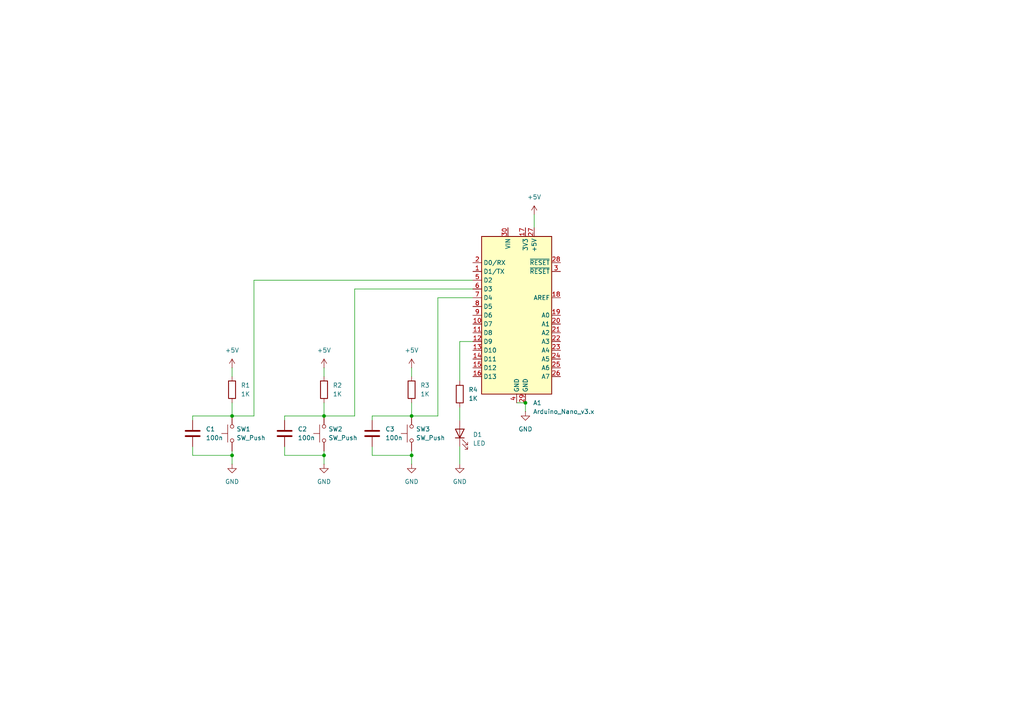
<source format=kicad_sch>
(kicad_sch (version 20231120) (generator "eeschema") (generator_version "8.0")
  (paper "A4")
  (lib_symbols
    (symbol "Device:C" (pin_numbers hide) (pin_names (offset 0.254))
      (property "Reference" "C" (at 0.635 2.54 0))
      (property "Value" "C" (at 0.635 -2.54 0))
      (symbol "C_0_1"
        (polyline (pts (xy -2.032 -0.762) (xy 2.032 -0.762)) (stroke (width 0.508)))
        (polyline (pts (xy -2.032 0.762) (xy 2.032 0.762)) (stroke (width 0.508)))
      )
      (symbol "C_1_1"
        (pin passive line (at 0 3.81 270) (length 2.794) (name "~") (number "1"))
        (pin passive line (at 0 -3.81 90) (length 2.794) (name "~") (number "2"))
      )
    )
    (symbol "Device:LED" (pin_numbers hide) (pin_names (offset 1.016) hide)
      (property "Reference" "D" (at 0 2.54 0))
      (property "Value" "LED" (at 0 -2.54 0))
      (symbol "LED_0_1"
        (polyline (pts (xy -1.27 -1.27) (xy -1.27 1.27)) (stroke (width 0.254)))
        (polyline (pts (xy -1.27 0) (xy 1.27 0)))
        (polyline (pts (xy 1.27 -1.27) (xy 1.27 1.27) (xy -1.27 0) (xy 1.27 -1.27)) (stroke (width 0.254)))
        (polyline (pts (xy -3.048 -0.762) (xy -4.572 -2.286) (xy -3.81 -2.286) (xy -4.572 -2.286) (xy -4.572 -1.524)))
        (polyline (pts (xy -1.778 -0.762) (xy -3.302 -2.286) (xy -2.54 -2.286) (xy -3.302 -2.286) (xy -3.302 -1.524)))
      )
      (symbol "LED_1_1"
        (pin passive line (at -3.81 0 0) (length 2.54) (name "K") (number "1"))
        (pin passive line (at 3.81 0 180) (length 2.54) (name "A") (number "2"))
      )
    )
    (symbol "Device:R" (pin_numbers hide) (pin_names (offset 0))
      (property "Reference" "R" (at 2.032 0 90))
      (property "Value" "R" (at 0 0 90))
      (symbol "R_0_1"
        (rectangle (start -1.016 -2.54) (end 1.016 2.54) (stroke (width 0.254)))
      )
      (symbol "R_1_1"
        (pin passive line (at 0 3.81 270) (length 1.27) (name "~") (number "1"))
        (pin passive line (at 0 -3.81 90) (length 1.27) (name "~") (number "2"))
      )
    )
    (symbol "MCU_Module:Arduino_Nano_v3.x"
      (property "Reference" "A" (at -10.16 23.495 0))
      (property "Value" "Arduino_Nano_v3.x" (at 5.08 -24.13 0))
      (symbol "Arduino_Nano_v3.x_0_1"
        (rectangle (start -10.16 22.86) (end 10.16 -22.86) (stroke (width 0.254)) (fill (type background)))
      )
      (symbol "Arduino_Nano_v3.x_1_1"
        (pin bidirectional line (at -12.7 12.7 0) (length 2.54) (name "D1/TX") (number "1"))
        (pin bidirectional line (at -12.7 -2.54 0) (length 2.54) (name "D7") (number "10"))
        (pin bidirectional line (at -12.7 -5.08 0) (length 2.54) (name "D8") (number "11"))
        (pin bidirectional line (at -12.7 -7.62 0) (length 2.54) (name "D9") (number "12"))
        (pin bidirectional line (at -12.7 -10.16 0) (length 2.54) (name "D10") (number "13"))
        (pin bidirectional line (at -12.7 -12.7 0) (length 2.54) (name "D11") (number "14"))
        (pin bidirectional line (at -12.7 -15.24 0) (length 2.54) (name "D12") (number "15"))
        (pin bidirectional line (at -12.7 -17.78 0) (length 2.54) (name "D13") (number "16"))
        (pin power_out line (at 2.54 25.4 270) (length 2.54) (name "3V3") (number "17"))
        (pin input line (at 12.7 5.08 180) (length 2.54) (name "AREF") (number "18"))
        (pin bidirectional line (at 12.7 0 180) (length 2.54) (name "A0") (number "19"))
        (pin bidirectional line (at -12.7 15.24 0) (length 2.54) (name "D0/RX") (number "2"))
        (pin bidirectional line (at 12.7 -2.54 180) (length 2.54) (name "A1") (number "20"))
        (pin bidirectional line (at 12.7 -5.08 180) (length 2.54) (name "A2") (number "21"))
        (pin bidirectional line (at 12.7 -7.62 180) (length 2.54) (name "A3") (number "22"))
        (pin bidirectional line (at 12.7 -10.16 180) (length 2.54) (name "A4") (number "23"))
        (pin bidirectional line (at 12.7 -12.7 180) (length 2.54) (name "A5") (number "24"))
        (pin bidirectional line (at 12.7 -15.24 180) (length 2.54) (name "A6") (number "25"))
        (pin bidirectional line (at 12.7 -17.78 180) (length 2.54) (name "A7") (number "26"))
        (pin power_out line (at 5.08 25.4 270) (length 2.54) (name "+5V") (number "27"))
        (pin input line (at 12.7 15.24 180) (length 2.54) (name "~{RESET}") (number "28"))
        (pin power_in line (at 2.54 -25.4 90) (length 2.54) (name "GND") (number "29"))
        (pin input line (at 12.7 12.7 180) (length 2.54) (name "~{RESET}") (number "3"))
        (pin power_in line (at -2.54 25.4 270) (length 2.54) (name "VIN") (number "30"))
        (pin power_in line (at 0 -25.4 90) (length 2.54) (name "GND") (number "4"))
        (pin bidirectional line (at -12.7 10.16 0) (length 2.54) (name "D2") (number "5"))
        (pin bidirectional line (at -12.7 7.62 0) (length 2.54) (name "D3") (number "6"))
        (pin bidirectional line (at -12.7 5.08 0) (length 2.54) (name "D4") (number "7"))
        (pin bidirectional line (at -12.7 2.54 0) (length 2.54) (name "D5") (number "8"))
        (pin bidirectional line (at -12.7 0 0) (length 2.54) (name "D6") (number "9"))
      )
    )
    (symbol "Switch:SW_Push" (pin_numbers hide) (pin_names (offset 1.016) hide)
      (property "Reference" "SW" (at 1.27 2.54 0))
      (property "Value" "SW_Push" (at 0 -1.524 0))
      (symbol "SW_Push_0_1"
        (circle (center -2.032 0) (radius 0.508))
        (polyline (pts (xy 0 1.27) (xy 0 3.048)))
        (polyline (pts (xy 2.54 1.27) (xy -2.54 1.27)))
        (circle (center 2.032 0) (radius 0.508))
        (pin passive line (at -5.08 0 0) (length 2.54) (name "1") (number "1"))
        (pin passive line (at 5.08 0 180) (length 2.54) (name "2") (number "2"))
      )
    )
    (symbol "power:+5V" (power) (pin_numbers hide) (pin_names (offset 0) hide)
      (property "Value" "+5V" (at 0 3.556 0))
      (symbol "+5V_0_1"
        (polyline (pts (xy -0.762 1.27) (xy 0 2.54)))
        (polyline (pts (xy 0 0) (xy 0 2.54)))
        (polyline (pts (xy 0 2.54) (xy 0.762 1.27)))
      )
      (symbol "+5V_1_1"
        (pin power_in line (at 0 0 90) (length 0) (name "~") (number "1"))
      )
    )
    (symbol "power:GND" (power) (pin_numbers hide) (pin_names (offset 0) hide)
      (property "Value" "GND" (at 0 -3.81 0))
      (symbol "GND_0_1"
        (polyline (pts (xy 0 0) (xy 0 -1.27) (xy 1.27 -1.27) (xy 0 -2.54) (xy -1.27 -1.27) (xy 0 -1.27)))
      )
      (symbol "GND_1_1"
        (pin power_in line (at 0 0 270) (length 0) (name "~") (number "1"))
      )
    )
  )
  (junction (at 119.38 132.08))
  (junction (at 93.98 120.65))
  (junction (at 119.38 120.65))
  (junction (at 93.98 132.08))
  (junction (at 152.4 116.84))
  (junction (at 67.31 120.65))
  (junction (at 67.31 132.08))
  (wire (pts (xy 119.38 132.08) (xy 119.38 130.81)))
  (wire (pts (xy 55.88 120.65) (xy 67.31 120.65)))
  (wire (pts (xy 67.31 106.68) (xy 67.31 109.22)))
  (wire (pts (xy 119.38 120.65) (xy 127 120.65)))
  (wire (pts (xy 152.4 119.38) (xy 152.4 116.84)))
  (wire (pts (xy 127 120.65) (xy 127 86.36)))
  (wire (pts (xy 119.38 106.68) (xy 119.38 109.22)))
  (wire (pts (xy 82.55 121.92) (xy 82.55 120.65)))
  (wire (pts (xy 82.55 120.65) (xy 93.98 120.65)))
  (wire (pts (xy 133.35 99.06) (xy 133.35 110.49)))
  (wire (pts (xy 93.98 132.08) (xy 93.98 134.62)))
  (wire (pts (xy 107.95 132.08) (xy 119.38 132.08)))
  (wire (pts (xy 73.66 81.28) (xy 73.66 120.65)))
  (wire (pts (xy 119.38 116.84) (xy 119.38 120.65)))
  (wire (pts (xy 107.95 120.65) (xy 119.38 120.65)))
  (wire (pts (xy 73.66 81.28) (xy 137.16 81.28)))
  (wire (pts (xy 127 86.36) (xy 137.16 86.36)))
  (wire (pts (xy 82.55 132.08) (xy 93.98 132.08)))
  (wire (pts (xy 119.38 132.08) (xy 119.38 134.62)))
  (wire (pts (xy 93.98 106.68) (xy 93.98 109.22)))
  (wire (pts (xy 137.16 99.06) (xy 133.35 99.06)))
  (wire (pts (xy 107.95 121.92) (xy 107.95 120.65)))
  (wire (pts (xy 67.31 132.08) (xy 67.31 134.62)))
  (wire (pts (xy 133.35 118.11) (xy 133.35 121.92)))
  (wire (pts (xy 154.94 62.23) (xy 154.94 66.04)))
  (wire (pts (xy 55.88 132.08) (xy 67.31 132.08)))
  (wire (pts (xy 102.87 83.82) (xy 137.16 83.82)))
  (wire (pts (xy 67.31 116.84) (xy 67.31 120.65)))
  (wire (pts (xy 55.88 121.92) (xy 55.88 120.65)))
  (wire (pts (xy 67.31 132.08) (xy 67.31 130.81)))
  (wire (pts (xy 55.88 129.54) (xy 55.88 132.08)))
  (wire (pts (xy 73.66 120.65) (xy 67.31 120.65)))
  (wire (pts (xy 93.98 132.08) (xy 93.98 130.81)))
  (wire (pts (xy 133.35 129.54) (xy 133.35 134.62)))
  (wire (pts (xy 93.98 116.84) (xy 93.98 120.65)))
  (wire (pts (xy 93.98 120.65) (xy 102.87 120.65)))
  (wire (pts (xy 102.87 83.82) (xy 102.87 120.65)))
  (wire (pts (xy 149.86 116.84) (xy 152.4 116.84)))
  (wire (pts (xy 82.55 129.54) (xy 82.55 132.08)))
  (wire (pts (xy 107.95 129.54) (xy 107.95 132.08)))
  (symbol (lib_id "power:+5V") (at 154.94 62.23 0) (unit 1)
    (property "Reference" "#PWR01" (effects (hide yes)))
    (property "Value" "+5V" (at 154.94 57.15 0))
    (property "Description" "Power symbol creates a global label with name \"+5V\"" (effects (hide yes)))
  )
  (symbol (lib_id "power:GND") (at 152.4 119.38 0) (unit 1)
    (property "Reference" "#PWR02" (effects (hide yes)))
    (property "Value" "GND" (at 152.4 124.46 0))
    (property "Description" "Power symbol creates a global label with name \"GND\" , ground" (effects (hide yes)))
  )
  (symbol (lib_id "power:GND") (at 133.35 134.62 0) (unit 1)
    (property "Reference" "#PWR09" (effects (hide yes)))
    (property "Value" "GND" (at 133.35 139.7 0))
    (property "Description" "Power symbol creates a global label with name \"GND\" , ground" (effects (hide yes)))
  )
  (symbol (lib_id "Device:R") (at 119.38 113.03 0) (unit 1)
    (property "Reference" "R3" (at 121.92 111.7599 0) (effects (justify left)))
    (property "Value" "1K" (at 121.92 114.2999 0) (effects (justify left)))
    (property "Description" "Resistor" (effects (hide yes)))
  )
  (symbol (lib_id "Device:R") (at 93.98 113.03 0) (unit 1)
    (property "Reference" "R2" (at 96.52 111.7599 0) (effects (justify left)))
    (property "Value" "1K" (at 96.52 114.2999 0) (effects (justify left)))
    (property "Description" "Resistor" (effects (hide yes)))
  )
  (symbol (lib_id "Device:C") (at 107.95 125.73 0) (unit 1)
    (property "Reference" "C3" (at 111.76 124.4599 0) (effects (justify left)))
    (property "Value" "100n" (at 111.76 126.9999 0) (effects (justify left)))
    (property "Description" "Unpolarized capacitor" (effects (hide yes)))
  )
  (symbol (lib_id "Device:LED") (at 133.35 125.73 90) (unit 1)
    (property "Reference" "D1" (at 137.16 126.0474 90) (effects (justify right)))
    (property "Value" "LED" (at 137.16 128.5874 90) (effects (justify right)))
    (property "Description" "Light emitting diode" (effects (hide yes)))
  )
  (symbol (lib_id "Device:C") (at 82.55 125.73 0) (unit 1)
    (property "Reference" "C2" (at 86.36 124.4599 0) (effects (justify left)))
    (property "Value" "100n" (at 86.36 126.9999 0) (effects (justify left)))
    (property "Description" "Unpolarized capacitor" (effects (hide yes)))
  )
  (symbol (lib_id "power:+5V") (at 93.98 106.68 0) (unit 1)
    (property "Reference" "#PWR05" (effects (hide yes)))
    (property "Value" "+5V" (at 93.98 101.6 0))
    (property "Description" "Power symbol creates a global label with name \"+5V\"" (effects (hide yes)))
  )
  (symbol (lib_id "power:GND") (at 119.38 134.62 0) (unit 1)
    (property "Reference" "#PWR08" (effects (hide yes)))
    (property "Value" "GND" (at 119.38 139.7 0))
    (property "Description" "Power symbol creates a global label with name \"GND\" , ground" (effects (hide yes)))
  )
  (symbol (lib_id "Device:R") (at 67.31 113.03 0) (unit 1)
    (property "Reference" "R1" (at 69.85 111.7599 0) (effects (justify left)))
    (property "Value" "1K" (at 69.85 114.2999 0) (effects (justify left)))
    (property "Description" "Resistor" (effects (hide yes)))
  )
  (symbol (lib_id "power:+5V") (at 67.31 106.68 0) (unit 1)
    (property "Reference" "#PWR03" (effects (hide yes)))
    (property "Value" "+5V" (at 67.31 101.6 0))
    (property "Description" "Power symbol creates a global label with name \"+5V\"" (effects (hide yes)))
  )
  (symbol (lib_id "MCU_Module:Arduino_Nano_v3.x") (at 149.86 91.44 0) (unit 1)
    (property "Reference" "A1" (at 154.5941 116.84 0) (effects (justify left)))
    (property "Value" "Arduino_Nano_v3.x" (at 154.5941 119.38 0) (effects (justify left)))
    (property "Footprint" "Module:Arduino_Nano" (effects (hide yes)))
    (property "Datasheet" "http://www.mouser.com/pdfdocs/Gravitech_Arduino_Nano3_0.pdf" (effects (hide yes)))
    (property "Description" "Arduino Nano v3.x" (effects (hide yes)))
  )
  (symbol (lib_id "power:GND") (at 93.98 134.62 0) (unit 1)
    (property "Reference" "#PWR06" (effects (hide yes)))
    (property "Value" "GND" (at 93.98 139.7 0))
    (property "Description" "Power symbol creates a global label with name \"GND\" , ground" (effects (hide yes)))
  )
  (symbol (lib_id "Switch:SW_Push") (at 67.31 125.73 90) (unit 1)
    (property "Reference" "SW1" (at 68.58 124.4599 90) (effects (justify right)))
    (property "Value" "SW_Push" (at 68.58 126.9999 90) (effects (justify right)))
    (property "Description" "Push button switch, generic, two pins" (effects (hide yes)))
  )
  (symbol (lib_id "power:+5V") (at 119.38 106.68 0) (unit 1)
    (property "Reference" "#PWR07" (effects (hide yes)))
    (property "Value" "+5V" (at 119.38 101.6 0))
    (property "Description" "Power symbol creates a global label with name \"+5V\"" (effects (hide yes)))
  )
  (symbol (lib_id "Switch:SW_Push") (at 93.98 125.73 90) (unit 1)
    (property "Reference" "SW2" (at 95.25 124.4599 90) (effects (justify right)))
    (property "Value" "SW_Push" (at 95.25 126.9999 90) (effects (justify right)))
    (property "Description" "Push button switch, generic, two pins" (effects (hide yes)))
  )
  (symbol (lib_id "Device:R") (at 133.35 114.3 0) (unit 1)
    (property "Reference" "R4" (at 135.89 113.0299 0) (effects (justify left)))
    (property "Value" "1K" (at 135.89 115.5699 0) (effects (justify left)))
    (property "Description" "Resistor" (effects (hide yes)))
  )
  (symbol (lib_id "power:GND") (at 67.31 134.62 0) (unit 1)
    (property "Reference" "#PWR04" (effects (hide yes)))
    (property "Value" "GND" (at 67.31 139.7 0))
    (property "Description" "Power symbol creates a global label with name \"GND\" , ground" (effects (hide yes)))
  )
  (symbol (lib_id "Switch:SW_Push") (at 119.38 125.73 90) (unit 1)
    (property "Reference" "SW3" (at 120.65 124.4599 90) (effects (justify right)))
    (property "Value" "SW_Push" (at 120.65 126.9999 90) (effects (justify right)))
    (property "Description" "Push button switch, generic, two pins" (effects (hide yes)))
  )
  (symbol (lib_id "Device:C") (at 55.88 125.73 0) (unit 1)
    (property "Reference" "C1" (at 59.69 124.4599 0) (effects (justify left)))
    (property "Value" "100n" (at 59.69 126.9999 0) (effects (justify left)))
    (property "Description" "Unpolarized capacitor" (effects (hide yes)))
  )
)
</source>
